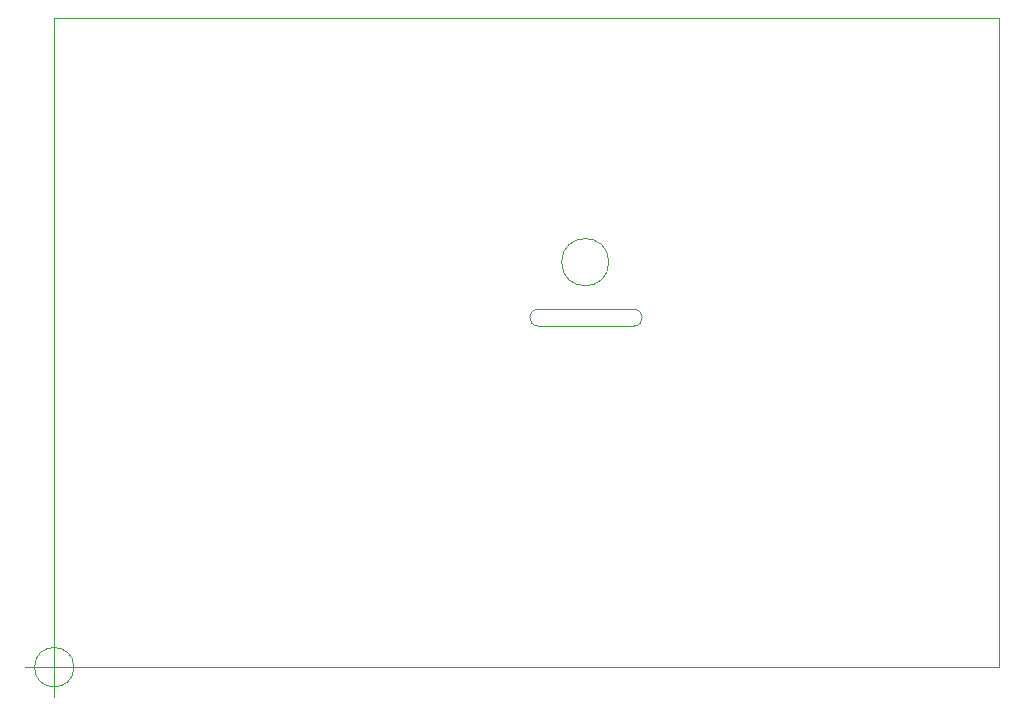
<source format=gbr>
%TF.GenerationSoftware,KiCad,Pcbnew,5.1.10-88a1d61d58~90~ubuntu21.04.1*%
%TF.CreationDate,2021-10-05T18:42:24+09:00*%
%TF.ProjectId,syncricket,73796e63-7269-4636-9b65-742e6b696361,rev?*%
%TF.SameCoordinates,Original*%
%TF.FileFunction,Profile,NP*%
%FSLAX46Y46*%
G04 Gerber Fmt 4.6, Leading zero omitted, Abs format (unit mm)*
G04 Created by KiCad (PCBNEW 5.1.10-88a1d61d58~90~ubuntu21.04.1) date 2021-10-05 18:42:24*
%MOMM*%
%LPD*%
G01*
G04 APERTURE LIST*
%TA.AperFunction,Profile*%
%ADD10C,0.050000*%
%TD*%
%TA.AperFunction,Profile*%
%ADD11C,0.100000*%
%TD*%
G04 APERTURE END LIST*
D10*
X120000000Y80000000D02*
X120000000Y25000000D01*
X200000000Y80000000D02*
X120000000Y80000000D01*
X200000000Y75000000D02*
X200000000Y80000000D01*
X200000000Y25000000D02*
X200000000Y75000000D01*
X120000000Y25000000D02*
X200000000Y25000000D01*
X121666666Y25000000D02*
G75*
G03*
X121666666Y25000000I-1666666J0D01*
G01*
X117500000Y25000000D02*
X122500000Y25000000D01*
X120000000Y27500000D02*
X120000000Y22500000D01*
D11*
%TO.C,U3*%
X160958500Y55290500D02*
X169086500Y55290500D01*
X169086500Y53893500D02*
X160958500Y53893500D01*
X166959180Y59290740D02*
G75*
G03*
X166959180Y59290740I-2000000J0D01*
G01*
X169086500Y55290500D02*
G75*
G02*
X169086500Y53893500I0J-698500D01*
G01*
X160958500Y53893500D02*
G75*
G02*
X160958500Y55290500I0J698500D01*
G01*
%TD*%
M02*

</source>
